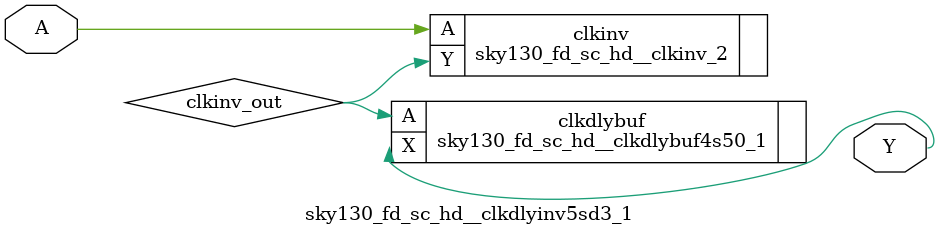
<source format=v>
/*
    All digital PoR
        - It asserts the rest (actibe low) for LENGTH clock cycles when the system is powered on.
        - Its clock is generated by a ring oscillator and is fixed @ 500KHz.
        - Assertion time is LENGTH x 2 micro-seconds
    Ring Oscillator 
        - A fixed clok output (8MHz)
        - A variable frequency clock output, 128/64/32/16 MHz (Selectable)
            
    Author: Mohamed Shalan (mshalan@aucegypt.edu)
*/

`timescale          1ns/1ps
`default_nettype    none

module por_rosc #(parameter LENGTH=16) (
    input   wire        rst_n,          // System reset
    input   wire        fb_in,          // Oscillator feedback input
    input   wire        zero,           // Tie low 
    input   wire        one,            // Tie high 
    input   wire [1:0]  freq_sel,       // Select the frequency of clk_out; 0:128MHz, 1:64MHz, 2:32MHz, 3:16MHz
    output  wire        clk_8mhz,       // Fixed 8MHz clock
    output  wire        clk_128mhz,       // Fixed 128MHz clock
    output  wire        clk_out,        // Variable clock output; depends on freq_sel
    output  wire        por_n,          // Power on Reset output
    output  wire        fb_out          // Oscillator feedback output
);

`ifdef RTL_SIM
    reg         fake_clk = 0;
    assign      clk_128mhz = fake_clk;
    always #3.9 fake_clk = !fake_clk;
`else
    // 128MHz ROSC
    wire [8:1]  dly;
    //wire        clk_128mhz;

    (* keep *) sky130_fd_sc_hd__clkdlyinv5sd3_1    ROSC_DLYINV_0 ( .A(fb_in), .Y(dly[1]) );
    (* keep *) sky130_fd_sc_hd__clkdlyinv5sd3_1    ROSC_DLYINV_1 ( .A(dly[1]), .Y(dly[2]) );

    (* keep *) sky130_fd_sc_hd__clkdlyinv5sd3_1    ROSC_DLYINV_2 ( .A(dly[2]), .Y(dly[3]) );
    (* keep *) sky130_fd_sc_hd__clkdlyinv5sd3_1    ROSC_DLYINV_3 ( .A(dly[3]), .Y(dly[4]) );

    (* keep *) sky130_fd_sc_hd__clkdlyinv5sd3_1    ROSC_DLYINV_4 ( .A(dly[4]), .Y(dly[5]) );
    (* keep *) sky130_fd_sc_hd__clkdlyinv5sd3_1    ROSC_DLYINV_5 ( .A(dly[5]), .Y(dly[6]) );

    (* keep *) sky130_fd_sc_hd__clkdlybuf4s50_1    ROSC_DLYBUF_6 (.A(dly[6]), .X(dly[7]));
    
    (* keep *) sky130_fd_sc_hd__clkinv_8           ROSC_DLYINV_7 ( .A(dly[7]), .Y(dly[8]) );

    (* keep *) sky130_fd_sc_hd__clkbuf_8           ROSC_CLKBUF_0 ( .A(dly[8]), .X(fb_out) );
    (* keep *) sky130_fd_sc_hd__clkbuf_8           ROSC_CLKBUF_1 ( .A(fb_out), .X(clk_128mhz) );

`endif
    // Clock Divider
    (* keep *) reg [8:1]   clk_div = 0;    // The initialization is needed only for simulation
    wire        clk_64mhz  = clk_div[1];
    wire        clk_32mhz  = clk_div[2];
    wire        clk_16mhz  = clk_div[3];
    wire        clk_500khz = clk_div[8];
    
    assign      clk_8mhz   = clk_div[4];

    (* keep *)
    always @(posedge clk_128mhz)
        clk_div <= clk_div + 1'b1;
    
    // Frequency 4x1 MUX
    clkmux_4x1 CLKMUX (
        .rst_n(rst_n),
        .clk1(clk_128mhz), 
        .clk2(clk_64mhz), 
        .clk3(clk_32mhz), 
        .clk4(clk_16mhz),
        .sel(freq_sel),
        .clko(clk_out)
    );
    
    // All digital PoR
`ifdef RTL_SIM
    (* keep *) reg [LENGTH-1:0] shift_reg0 = 16'hDEAD;
    (* keep *) reg [LENGTH-1:0] shift_reg1 = 16'hBEEF;
    (* keep *) reg [LENGTH-1:0] shift_reg2 = 16'hDEAF;
    (* keep *) reg [LENGTH-1:0] shift_reg3 = 16'hBEAD;
`else
    (* keep *) reg [LENGTH-1:0] shift_reg0;
    (* keep *) reg [LENGTH-1:0] shift_reg1;
    (* keep *) reg [LENGTH-1:0] shift_reg2;
    (* keep *) reg [LENGTH-1:0] shift_reg3;
`endif

    (* keep *)
    wire cmp0, cmp1, cmp2, cmp3;

    (* keep *)
    always @(posedge clk_500khz) begin
        (* keep *) shift_reg0 <= {one, shift_reg0[LENGTH-1:1]};
        (* keep *) shift_reg1 <= {zero, shift_reg1[LENGTH-1:1]};
        (* keep *) shift_reg2 <= {one, shift_reg2[LENGTH-1:1]};
        (* keep *) shift_reg3 <= {zero, shift_reg3[LENGTH-1:1]};
    end

    assign cmp0 = (shift_reg0 == {LENGTH{one}});
    assign cmp1 = (shift_reg1 == {LENGTH{zero}});
    assign cmp2 = (shift_reg2 == {LENGTH{one}});
    assign cmp3 = (shift_reg3 == {LENGTH{zero}});

    assign por_n = cmp0 & cmp1 & cmp2 & cmp3;    


endmodule

`ifndef RTL_SIM
module sky130_fd_sc_hd__clkdlyinv5sd3_1 (output Y, input  A);
    // Local signals
    wire clkinv_out;
    // Mapping
    sky130_fd_sc_hd__clkinv_2 clkinv (
        .A(A), 
        .Y(clkinv_out)
    );
    sky130_fd_sc_hd__clkdlybuf4s50_1 clkdlybuf (
        .A(clkinv_out), 
        .X(Y)
    );
endmodule
`endif
</source>
